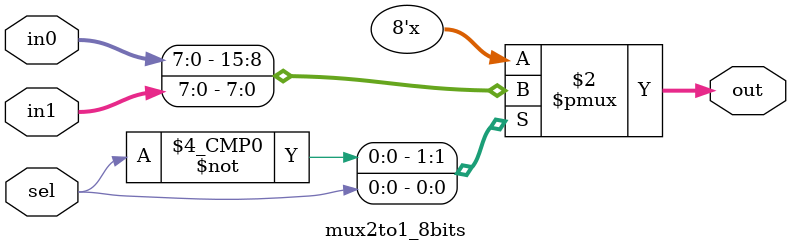
<source format=v>
`timescale 1ns / 1ps

module mux2to1_8bits(
    input [7:0]in0,
    input [7:0]in1,
    input sel,
    output reg[7:0]out
    );
	 
	 always @(in0,in1,sel)begin
		case(sel)
		1'b0 : out <= in0;
		1'b1 : out <= in1;
		endcase
	 end

endmodule

</source>
